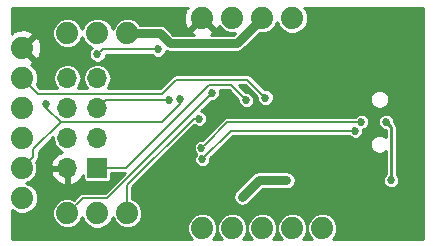
<source format=gbl>
%TF.GenerationSoftware,KiCad,Pcbnew,4.0.6*%
%TF.CreationDate,2017-10-08T18:55:19-04:00*%
%TF.ProjectId,USB-UART,5553422D554152542E6B696361645F70,rev?*%
%TF.FileFunction,Copper,L2,Bot,Signal*%
%FSLAX46Y46*%
G04 Gerber Fmt 4.6, Leading zero omitted, Abs format (unit mm)*
G04 Created by KiCad (PCBNEW 4.0.6) date 10/08/17 18:55:19*
%MOMM*%
%LPD*%
G01*
G04 APERTURE LIST*
%ADD10C,0.127000*%
%ADD11C,1.879600*%
%ADD12R,1.700000X1.700000*%
%ADD13O,1.700000X1.700000*%
%ADD14C,0.685800*%
%ADD15C,0.200000*%
%ADD16C,0.800000*%
%ADD17C,0.254000*%
G04 APERTURE END LIST*
D10*
D11*
X139700000Y-101600000D03*
X139700000Y-104140000D03*
X139700000Y-106680000D03*
X139700000Y-109220000D03*
X139700000Y-111760000D03*
X139700000Y-114300000D03*
X154940000Y-99060000D03*
X157480000Y-99060000D03*
X160020000Y-99060000D03*
X162560000Y-99060000D03*
X143510000Y-100330000D03*
X146050000Y-100330000D03*
X148590000Y-100330000D03*
X143510000Y-115570000D03*
X146050000Y-115570000D03*
X148590000Y-115570000D03*
X154940000Y-116840000D03*
X157480000Y-116840000D03*
X160020000Y-116840000D03*
X162560000Y-116840000D03*
X165100000Y-116840000D03*
D12*
X146050000Y-111760000D03*
D13*
X143510000Y-111760000D03*
X146050000Y-109220000D03*
X143510000Y-109220000D03*
X146050000Y-106680000D03*
X143510000Y-106680000D03*
X146050000Y-104140000D03*
X143510000Y-104140000D03*
D14*
X155794292Y-105375292D03*
X154686000Y-107569000D03*
X163322000Y-102362000D03*
X157734000Y-103251000D03*
X158750000Y-109728000D03*
X154023236Y-108656045D03*
X156631640Y-114173000D03*
X166116000Y-112776000D03*
X168573000Y-106455799D03*
X168910000Y-113030000D03*
X168656000Y-106045000D03*
X168783000Y-100076000D03*
X170503671Y-107849587D03*
X154866407Y-110035407D03*
X168387898Y-107835701D03*
X170924707Y-112789776D03*
X154940000Y-110998000D03*
X167894000Y-108585000D03*
X153016436Y-105872984D03*
X141732000Y-106299000D03*
X158661652Y-106018202D03*
X160274000Y-105791000D03*
X158328360Y-114173000D03*
X162052000Y-112776000D03*
X152079980Y-105952334D03*
X151185520Y-101670910D03*
X146050000Y-102108000D03*
D15*
X144803801Y-114276199D02*
X146893385Y-114276199D01*
X143510000Y-115570000D02*
X144803801Y-114276199D01*
X146893385Y-114276199D02*
X155794292Y-105375292D01*
X148590000Y-113180067D02*
X148590000Y-114240923D01*
X154686000Y-107569000D02*
X154201067Y-107569000D01*
X154201067Y-107569000D02*
X148590000Y-113180067D01*
X148590000Y-114240923D02*
X148590000Y-115570000D01*
D16*
X149919077Y-100330000D02*
X148590000Y-100330000D01*
X151320026Y-100330000D02*
X149919077Y-100330000D01*
X160020000Y-99060000D02*
X157887604Y-101192396D01*
X152182422Y-101192396D02*
X151320026Y-100330000D01*
X157887604Y-101192396D02*
X152182422Y-101192396D01*
D17*
X170846570Y-108192486D02*
X170503671Y-107849587D01*
X170924707Y-108270623D02*
X170846570Y-108192486D01*
X170924707Y-112789776D02*
X170924707Y-108270623D01*
D15*
X168387898Y-107835701D02*
X157066113Y-107835701D01*
X157066113Y-107835701D02*
X155209306Y-109692508D01*
X155209306Y-109692508D02*
X154866407Y-110035407D01*
X167894000Y-108585000D02*
X157353000Y-108585000D01*
X157353000Y-108585000D02*
X154940000Y-110998000D01*
X142932079Y-107884001D02*
X151490352Y-107884001D01*
X151490352Y-107884001D02*
X153016436Y-106357917D01*
X153016436Y-106357917D02*
X153016436Y-105872984D01*
X142932079Y-107884001D02*
X140639799Y-110176281D01*
X140639799Y-110176281D02*
X140639799Y-110820201D01*
X140639799Y-110820201D02*
X139700000Y-111760000D01*
X142932079Y-107884001D02*
X141732000Y-106683922D01*
X141732000Y-106683922D02*
X141732000Y-106299000D01*
X158318753Y-105675303D02*
X158661652Y-106018202D01*
X155485698Y-104732390D02*
X157375840Y-104732390D01*
X157375840Y-104732390D02*
X158318753Y-105675303D01*
X148458088Y-111760000D02*
X155485698Y-104732390D01*
X146050000Y-111760000D02*
X148458088Y-111760000D01*
X140639799Y-105079799D02*
X139700000Y-104140000D01*
X141008101Y-105448101D02*
X140639799Y-105079799D01*
X152715341Y-104278379D02*
X151545619Y-105448101D01*
X158761379Y-104278379D02*
X152715341Y-104278379D01*
X160274000Y-105791000D02*
X158761379Y-104278379D01*
X151545619Y-105448101D02*
X141008101Y-105448101D01*
D16*
X162052000Y-112776000D02*
X159725360Y-112776000D01*
X159725360Y-112776000D02*
X158328360Y-114173000D01*
D15*
X152079980Y-105952334D02*
X146777666Y-105952334D01*
X146777666Y-105952334D02*
X146050000Y-106680000D01*
X146050000Y-102108000D02*
X146487090Y-101670910D01*
X146487090Y-101670910D02*
X151185520Y-101670910D01*
D17*
G36*
X153570420Y-98221923D02*
X153353955Y-98809833D01*
X153378951Y-99435828D01*
X153570420Y-99898077D01*
X153831032Y-99989363D01*
X154760395Y-99060000D01*
X154746253Y-99045858D01*
X154925858Y-98866253D01*
X154940000Y-98880395D01*
X154954143Y-98866253D01*
X155133748Y-99045858D01*
X155119605Y-99060000D01*
X156048968Y-99989363D01*
X156309580Y-99898077D01*
X156378389Y-99711195D01*
X156405433Y-99776647D01*
X156761479Y-100133314D01*
X157226912Y-100326580D01*
X157724852Y-100327014D01*
X157586470Y-100465396D01*
X155691609Y-100465396D01*
X155778077Y-100429580D01*
X155869363Y-100168968D01*
X154940000Y-99239605D01*
X154010637Y-100168968D01*
X154101923Y-100429580D01*
X154199198Y-100465396D01*
X152483556Y-100465396D01*
X151834093Y-99815933D01*
X151821017Y-99807196D01*
X151598237Y-99658340D01*
X151552078Y-99649158D01*
X151320026Y-99602999D01*
X151320021Y-99603000D01*
X149654232Y-99603000D01*
X149308521Y-99256686D01*
X148843088Y-99063420D01*
X148339123Y-99062981D01*
X147873353Y-99255433D01*
X147516686Y-99611479D01*
X147349040Y-100015212D01*
X147170373Y-99582804D01*
X146799150Y-99210933D01*
X146313876Y-99009430D01*
X145788429Y-99008971D01*
X145302804Y-99209627D01*
X144930933Y-99580850D01*
X144750591Y-100015162D01*
X144584567Y-99613353D01*
X144228521Y-99256686D01*
X143763088Y-99063420D01*
X143259123Y-99062981D01*
X142793353Y-99255433D01*
X142436686Y-99611479D01*
X142243420Y-100076912D01*
X142242981Y-100580877D01*
X142435433Y-101046647D01*
X142791479Y-101403314D01*
X143256912Y-101596580D01*
X143760877Y-101597019D01*
X144226647Y-101404567D01*
X144583314Y-101048521D01*
X144750960Y-100644788D01*
X144929627Y-101077196D01*
X145300850Y-101449067D01*
X145572461Y-101561849D01*
X145436665Y-101697408D01*
X145326226Y-101963376D01*
X145325975Y-102251361D01*
X145435950Y-102517521D01*
X145639408Y-102721335D01*
X145905376Y-102831774D01*
X146193361Y-102832025D01*
X146459521Y-102722050D01*
X146663335Y-102518592D01*
X146773774Y-102252624D01*
X146773862Y-102151910D01*
X150642824Y-102151910D01*
X150774928Y-102284245D01*
X151040896Y-102394684D01*
X151328881Y-102394935D01*
X151595041Y-102284960D01*
X151798855Y-102081502D01*
X151892418Y-101856176D01*
X151904211Y-101864056D01*
X152182422Y-101919396D01*
X157887599Y-101919396D01*
X157887604Y-101919397D01*
X158119656Y-101873238D01*
X158165815Y-101864056D01*
X158401671Y-101706463D01*
X159781541Y-100326593D01*
X160270877Y-100327019D01*
X160736647Y-100134567D01*
X161093314Y-99778521D01*
X161260960Y-99374788D01*
X161439627Y-99807196D01*
X161810850Y-100179067D01*
X162296124Y-100380570D01*
X162821571Y-100381029D01*
X163307196Y-100180373D01*
X163679067Y-99809150D01*
X163880570Y-99323876D01*
X163881029Y-98798429D01*
X163680373Y-98312804D01*
X163538816Y-98171000D01*
X173609000Y-98171000D01*
X173609000Y-117729000D01*
X166002537Y-117729000D01*
X166173314Y-117558521D01*
X166366580Y-117093088D01*
X166367019Y-116589123D01*
X166174567Y-116123353D01*
X165818521Y-115766686D01*
X165353088Y-115573420D01*
X164849123Y-115572981D01*
X164383353Y-115765433D01*
X164026686Y-116121479D01*
X163833420Y-116586912D01*
X163832981Y-117090877D01*
X164025433Y-117556647D01*
X164197486Y-117729000D01*
X163462537Y-117729000D01*
X163633314Y-117558521D01*
X163826580Y-117093088D01*
X163827019Y-116589123D01*
X163634567Y-116123353D01*
X163278521Y-115766686D01*
X162813088Y-115573420D01*
X162309123Y-115572981D01*
X161843353Y-115765433D01*
X161486686Y-116121479D01*
X161293420Y-116586912D01*
X161292981Y-117090877D01*
X161485433Y-117556647D01*
X161657486Y-117729000D01*
X160922537Y-117729000D01*
X161093314Y-117558521D01*
X161286580Y-117093088D01*
X161287019Y-116589123D01*
X161094567Y-116123353D01*
X160738521Y-115766686D01*
X160273088Y-115573420D01*
X159769123Y-115572981D01*
X159303353Y-115765433D01*
X158946686Y-116121479D01*
X158753420Y-116586912D01*
X158752981Y-117090877D01*
X158945433Y-117556647D01*
X159117486Y-117729000D01*
X158382537Y-117729000D01*
X158553314Y-117558521D01*
X158746580Y-117093088D01*
X158747019Y-116589123D01*
X158554567Y-116123353D01*
X158198521Y-115766686D01*
X157733088Y-115573420D01*
X157229123Y-115572981D01*
X156763353Y-115765433D01*
X156406686Y-116121479D01*
X156213420Y-116586912D01*
X156212981Y-117090877D01*
X156405433Y-117556647D01*
X156577486Y-117729000D01*
X155842537Y-117729000D01*
X156013314Y-117558521D01*
X156206580Y-117093088D01*
X156207019Y-116589123D01*
X156014567Y-116123353D01*
X155658521Y-115766686D01*
X155193088Y-115573420D01*
X154689123Y-115572981D01*
X154223353Y-115765433D01*
X153866686Y-116121479D01*
X153673420Y-116586912D01*
X153672981Y-117090877D01*
X153865433Y-117556647D01*
X154037486Y-117729000D01*
X138811000Y-117729000D01*
X138811000Y-115278973D01*
X138950850Y-115419067D01*
X139436124Y-115620570D01*
X139961571Y-115621029D01*
X140447196Y-115420373D01*
X140819067Y-115049150D01*
X141020570Y-114563876D01*
X141021029Y-114038429D01*
X140820373Y-113552804D01*
X140449150Y-113180933D01*
X140014838Y-113000591D01*
X140416647Y-112834567D01*
X140773314Y-112478521D01*
X140923477Y-112116890D01*
X142068524Y-112116890D01*
X142238355Y-112526924D01*
X142628642Y-112955183D01*
X143153108Y-113201486D01*
X143383000Y-113080819D01*
X143383000Y-111887000D01*
X142189845Y-111887000D01*
X142068524Y-112116890D01*
X140923477Y-112116890D01*
X140966580Y-112013088D01*
X140967019Y-111509123D01*
X140846478Y-111217391D01*
X140941731Y-111122138D01*
X140941734Y-111122136D01*
X141034296Y-110983607D01*
X141066799Y-110820201D01*
X141066799Y-110353151D01*
X142268523Y-109151426D01*
X142254883Y-109220000D01*
X142348587Y-109691083D01*
X142615435Y-110090448D01*
X143014800Y-110357296D01*
X143053947Y-110365083D01*
X142628642Y-110564817D01*
X142238355Y-110993076D01*
X142068524Y-111403110D01*
X142189845Y-111633000D01*
X143383000Y-111633000D01*
X143383000Y-111613000D01*
X143637000Y-111613000D01*
X143637000Y-111633000D01*
X143657000Y-111633000D01*
X143657000Y-111887000D01*
X143637000Y-111887000D01*
X143637000Y-113080819D01*
X143866892Y-113201486D01*
X144391358Y-112955183D01*
X144781645Y-112526924D01*
X144866594Y-112321826D01*
X144866594Y-112610000D01*
X144889395Y-112731179D01*
X144961012Y-112842474D01*
X145070286Y-112917138D01*
X145200000Y-112943406D01*
X146900000Y-112943406D01*
X147021179Y-112920605D01*
X147132474Y-112848988D01*
X147207138Y-112739714D01*
X147233406Y-112610000D01*
X147233406Y-112187000D01*
X148378714Y-112187000D01*
X146716515Y-113849199D01*
X144803806Y-113849199D01*
X144803801Y-113849198D01*
X144640395Y-113881702D01*
X144501866Y-113974264D01*
X144052525Y-114423605D01*
X143763088Y-114303420D01*
X143259123Y-114302981D01*
X142793353Y-114495433D01*
X142436686Y-114851479D01*
X142243420Y-115316912D01*
X142242981Y-115820877D01*
X142435433Y-116286647D01*
X142791479Y-116643314D01*
X143256912Y-116836580D01*
X143760877Y-116837019D01*
X144226647Y-116644567D01*
X144583314Y-116288521D01*
X144750960Y-115884788D01*
X144929627Y-116317196D01*
X145300850Y-116689067D01*
X145786124Y-116890570D01*
X146311571Y-116891029D01*
X146797196Y-116690373D01*
X147169067Y-116319150D01*
X147349409Y-115884838D01*
X147515433Y-116286647D01*
X147871479Y-116643314D01*
X148336912Y-116836580D01*
X148840877Y-116837019D01*
X149306647Y-116644567D01*
X149663314Y-116288521D01*
X149856580Y-115823088D01*
X149857019Y-115319123D01*
X149664567Y-114853353D01*
X149308521Y-114496686D01*
X149017000Y-114375635D01*
X149017000Y-114173000D01*
X157547361Y-114173000D01*
X157606810Y-114471876D01*
X157776110Y-114725250D01*
X158029484Y-114894550D01*
X158328360Y-114953999D01*
X158627236Y-114894550D01*
X158880610Y-114725250D01*
X160048861Y-113557000D01*
X162052000Y-113557000D01*
X162350876Y-113497550D01*
X162604250Y-113328250D01*
X162773550Y-113074876D01*
X162833000Y-112776000D01*
X162773550Y-112477124D01*
X162604250Y-112223750D01*
X162350876Y-112054450D01*
X162052000Y-111995000D01*
X159725360Y-111995000D01*
X159438927Y-112051975D01*
X159426484Y-112054450D01*
X159173109Y-112223750D01*
X157776110Y-113620750D01*
X157606810Y-113874124D01*
X157547361Y-114173000D01*
X149017000Y-114173000D01*
X149017000Y-113356937D01*
X152205863Y-110168074D01*
X154196391Y-110168074D01*
X154298162Y-110414379D01*
X154437054Y-110553513D01*
X154372418Y-110618037D01*
X154270217Y-110864164D01*
X154269984Y-111130667D01*
X154371755Y-111376972D01*
X154560037Y-111565582D01*
X154806164Y-111667783D01*
X155072667Y-111668016D01*
X155318972Y-111566245D01*
X155507582Y-111377963D01*
X155609783Y-111131836D01*
X155609958Y-110931912D01*
X156646792Y-109895077D01*
X169135921Y-109895077D01*
X169258244Y-110191122D01*
X169484547Y-110417820D01*
X169780377Y-110540660D01*
X170100697Y-110540939D01*
X170396742Y-110418616D01*
X170470707Y-110344780D01*
X170470707Y-112296429D01*
X170357125Y-112409813D01*
X170254924Y-112655940D01*
X170254691Y-112922443D01*
X170356462Y-113168748D01*
X170544744Y-113357358D01*
X170790871Y-113459559D01*
X171057374Y-113459792D01*
X171303679Y-113358021D01*
X171492289Y-113169739D01*
X171594490Y-112923612D01*
X171594723Y-112657109D01*
X171492952Y-112410804D01*
X171378707Y-112296360D01*
X171378707Y-108270623D01*
X171344148Y-108096885D01*
X171344148Y-108096884D01*
X171245733Y-107949596D01*
X171173547Y-107877411D01*
X171173687Y-107716920D01*
X171071916Y-107470615D01*
X170883634Y-107282005D01*
X170637507Y-107179804D01*
X170371004Y-107179571D01*
X170124699Y-107281342D01*
X169936089Y-107469624D01*
X169833888Y-107715751D01*
X169833655Y-107982254D01*
X169935426Y-108228559D01*
X170123708Y-108417169D01*
X170369835Y-108519370D01*
X170470707Y-108519458D01*
X170470707Y-109126321D01*
X170397933Y-109053420D01*
X170102103Y-108930580D01*
X169781783Y-108930301D01*
X169485738Y-109052624D01*
X169259040Y-109278927D01*
X169136200Y-109574757D01*
X169135921Y-109895077D01*
X156646792Y-109895077D01*
X157529869Y-109012000D01*
X167373699Y-109012000D01*
X167514037Y-109152582D01*
X167760164Y-109254783D01*
X168026667Y-109255016D01*
X168272972Y-109153245D01*
X168461582Y-108964963D01*
X168563783Y-108718836D01*
X168563985Y-108487776D01*
X168766870Y-108403946D01*
X168955480Y-108215664D01*
X169057681Y-107969537D01*
X169057914Y-107703034D01*
X168956143Y-107456729D01*
X168767861Y-107268119D01*
X168521734Y-107165918D01*
X168255231Y-107165685D01*
X168008926Y-107267456D01*
X167867435Y-107408701D01*
X157066118Y-107408701D01*
X157066113Y-107408700D01*
X156902707Y-107441204D01*
X156764178Y-107533766D01*
X156764176Y-107533769D01*
X154932379Y-109365565D01*
X154733740Y-109365391D01*
X154487435Y-109467162D01*
X154298825Y-109655444D01*
X154196624Y-109901571D01*
X154196391Y-110168074D01*
X152205863Y-110168074D01*
X154271726Y-108102211D01*
X154306037Y-108136582D01*
X154552164Y-108238783D01*
X154818667Y-108239016D01*
X155064972Y-108137245D01*
X155253582Y-107948963D01*
X155355783Y-107702836D01*
X155356016Y-107436333D01*
X155254245Y-107190028D01*
X155065963Y-107001418D01*
X154858275Y-106915178D01*
X155728319Y-106045134D01*
X155926959Y-106045308D01*
X156173264Y-105943537D01*
X156361874Y-105755255D01*
X156464075Y-105509128D01*
X156464308Y-105242625D01*
X156429916Y-105159390D01*
X157198970Y-105159390D01*
X157991810Y-105952229D01*
X157991636Y-106150869D01*
X158093407Y-106397174D01*
X158281689Y-106585784D01*
X158527816Y-106687985D01*
X158794319Y-106688218D01*
X159040624Y-106586447D01*
X159229234Y-106398165D01*
X159331435Y-106152038D01*
X159331668Y-105885535D01*
X159229897Y-105639230D01*
X159041615Y-105450620D01*
X158795488Y-105348419D01*
X158595563Y-105348244D01*
X158006699Y-104759379D01*
X158562143Y-104759379D01*
X159550138Y-105747374D01*
X159549975Y-105934361D01*
X159659950Y-106200521D01*
X159863408Y-106404335D01*
X160129376Y-106514774D01*
X160417361Y-106515025D01*
X160683521Y-106405050D01*
X160887335Y-106201592D01*
X160931497Y-106095237D01*
X169135921Y-106095237D01*
X169258244Y-106391282D01*
X169484547Y-106617980D01*
X169780377Y-106740820D01*
X170100697Y-106741099D01*
X170396742Y-106618776D01*
X170623440Y-106392473D01*
X170746280Y-106096643D01*
X170746559Y-105776323D01*
X170624236Y-105480278D01*
X170397933Y-105253580D01*
X170102103Y-105130740D01*
X169781783Y-105130461D01*
X169485738Y-105252784D01*
X169259040Y-105479087D01*
X169136200Y-105774917D01*
X169135921Y-106095237D01*
X160931497Y-106095237D01*
X160997774Y-105935624D01*
X160998025Y-105647639D01*
X160888050Y-105381479D01*
X160684592Y-105177665D01*
X160418624Y-105067226D01*
X160230298Y-105067062D01*
X159101497Y-103938261D01*
X158945450Y-103833993D01*
X158761379Y-103797379D01*
X152715341Y-103797379D01*
X152531270Y-103833993D01*
X152468767Y-103875757D01*
X152375223Y-103938260D01*
X151346383Y-104967101D01*
X146908774Y-104967101D01*
X147160465Y-104590418D01*
X147250059Y-104140000D01*
X147160465Y-103689582D01*
X146905324Y-103307735D01*
X146523477Y-103052594D01*
X146073059Y-102963000D01*
X146026941Y-102963000D01*
X145576523Y-103052594D01*
X145194676Y-103307735D01*
X144939535Y-103689582D01*
X144849941Y-104140000D01*
X144939535Y-104590418D01*
X145191226Y-104967101D01*
X144368774Y-104967101D01*
X144620465Y-104590418D01*
X144710059Y-104140000D01*
X144620465Y-103689582D01*
X144365324Y-103307735D01*
X143983477Y-103052594D01*
X143533059Y-102963000D01*
X143486941Y-102963000D01*
X143036523Y-103052594D01*
X142654676Y-103307735D01*
X142399535Y-103689582D01*
X142309941Y-104140000D01*
X142399535Y-104590418D01*
X142651226Y-104967101D01*
X141207338Y-104967101D01*
X140979919Y-104739683D01*
X140979917Y-104739680D01*
X140910116Y-104669879D01*
X141020570Y-104403876D01*
X141021029Y-103878429D01*
X140820373Y-103392804D01*
X140449150Y-103020933D01*
X140431646Y-103013665D01*
X140538077Y-102969580D01*
X140629363Y-102708968D01*
X139700000Y-101779605D01*
X139685858Y-101793748D01*
X139506253Y-101614143D01*
X139520395Y-101600000D01*
X139879605Y-101600000D01*
X140808968Y-102529363D01*
X141069580Y-102438077D01*
X141286045Y-101850167D01*
X141261049Y-101224172D01*
X141069580Y-100761923D01*
X140808968Y-100670637D01*
X139879605Y-101600000D01*
X139520395Y-101600000D01*
X139506253Y-101585858D01*
X139685858Y-101406253D01*
X139700000Y-101420395D01*
X140629363Y-100491032D01*
X140538077Y-100230420D01*
X139950167Y-100013955D01*
X139324172Y-100038951D01*
X138861923Y-100230420D01*
X138811000Y-100375800D01*
X138811000Y-98171000D01*
X153715800Y-98171000D01*
X153570420Y-98221923D01*
X153570420Y-98221923D01*
G37*
X153570420Y-98221923D02*
X153353955Y-98809833D01*
X153378951Y-99435828D01*
X153570420Y-99898077D01*
X153831032Y-99989363D01*
X154760395Y-99060000D01*
X154746253Y-99045858D01*
X154925858Y-98866253D01*
X154940000Y-98880395D01*
X154954143Y-98866253D01*
X155133748Y-99045858D01*
X155119605Y-99060000D01*
X156048968Y-99989363D01*
X156309580Y-99898077D01*
X156378389Y-99711195D01*
X156405433Y-99776647D01*
X156761479Y-100133314D01*
X157226912Y-100326580D01*
X157724852Y-100327014D01*
X157586470Y-100465396D01*
X155691609Y-100465396D01*
X155778077Y-100429580D01*
X155869363Y-100168968D01*
X154940000Y-99239605D01*
X154010637Y-100168968D01*
X154101923Y-100429580D01*
X154199198Y-100465396D01*
X152483556Y-100465396D01*
X151834093Y-99815933D01*
X151821017Y-99807196D01*
X151598237Y-99658340D01*
X151552078Y-99649158D01*
X151320026Y-99602999D01*
X151320021Y-99603000D01*
X149654232Y-99603000D01*
X149308521Y-99256686D01*
X148843088Y-99063420D01*
X148339123Y-99062981D01*
X147873353Y-99255433D01*
X147516686Y-99611479D01*
X147349040Y-100015212D01*
X147170373Y-99582804D01*
X146799150Y-99210933D01*
X146313876Y-99009430D01*
X145788429Y-99008971D01*
X145302804Y-99209627D01*
X144930933Y-99580850D01*
X144750591Y-100015162D01*
X144584567Y-99613353D01*
X144228521Y-99256686D01*
X143763088Y-99063420D01*
X143259123Y-99062981D01*
X142793353Y-99255433D01*
X142436686Y-99611479D01*
X142243420Y-100076912D01*
X142242981Y-100580877D01*
X142435433Y-101046647D01*
X142791479Y-101403314D01*
X143256912Y-101596580D01*
X143760877Y-101597019D01*
X144226647Y-101404567D01*
X144583314Y-101048521D01*
X144750960Y-100644788D01*
X144929627Y-101077196D01*
X145300850Y-101449067D01*
X145572461Y-101561849D01*
X145436665Y-101697408D01*
X145326226Y-101963376D01*
X145325975Y-102251361D01*
X145435950Y-102517521D01*
X145639408Y-102721335D01*
X145905376Y-102831774D01*
X146193361Y-102832025D01*
X146459521Y-102722050D01*
X146663335Y-102518592D01*
X146773774Y-102252624D01*
X146773862Y-102151910D01*
X150642824Y-102151910D01*
X150774928Y-102284245D01*
X151040896Y-102394684D01*
X151328881Y-102394935D01*
X151595041Y-102284960D01*
X151798855Y-102081502D01*
X151892418Y-101856176D01*
X151904211Y-101864056D01*
X152182422Y-101919396D01*
X157887599Y-101919396D01*
X157887604Y-101919397D01*
X158119656Y-101873238D01*
X158165815Y-101864056D01*
X158401671Y-101706463D01*
X159781541Y-100326593D01*
X160270877Y-100327019D01*
X160736647Y-100134567D01*
X161093314Y-99778521D01*
X161260960Y-99374788D01*
X161439627Y-99807196D01*
X161810850Y-100179067D01*
X162296124Y-100380570D01*
X162821571Y-100381029D01*
X163307196Y-100180373D01*
X163679067Y-99809150D01*
X163880570Y-99323876D01*
X163881029Y-98798429D01*
X163680373Y-98312804D01*
X163538816Y-98171000D01*
X173609000Y-98171000D01*
X173609000Y-117729000D01*
X166002537Y-117729000D01*
X166173314Y-117558521D01*
X166366580Y-117093088D01*
X166367019Y-116589123D01*
X166174567Y-116123353D01*
X165818521Y-115766686D01*
X165353088Y-115573420D01*
X164849123Y-115572981D01*
X164383353Y-115765433D01*
X164026686Y-116121479D01*
X163833420Y-116586912D01*
X163832981Y-117090877D01*
X164025433Y-117556647D01*
X164197486Y-117729000D01*
X163462537Y-117729000D01*
X163633314Y-117558521D01*
X163826580Y-117093088D01*
X163827019Y-116589123D01*
X163634567Y-116123353D01*
X163278521Y-115766686D01*
X162813088Y-115573420D01*
X162309123Y-115572981D01*
X161843353Y-115765433D01*
X161486686Y-116121479D01*
X161293420Y-116586912D01*
X161292981Y-117090877D01*
X161485433Y-117556647D01*
X161657486Y-117729000D01*
X160922537Y-117729000D01*
X161093314Y-117558521D01*
X161286580Y-117093088D01*
X161287019Y-116589123D01*
X161094567Y-116123353D01*
X160738521Y-115766686D01*
X160273088Y-115573420D01*
X159769123Y-115572981D01*
X159303353Y-115765433D01*
X158946686Y-116121479D01*
X158753420Y-116586912D01*
X158752981Y-117090877D01*
X158945433Y-117556647D01*
X159117486Y-117729000D01*
X158382537Y-117729000D01*
X158553314Y-117558521D01*
X158746580Y-117093088D01*
X158747019Y-116589123D01*
X158554567Y-116123353D01*
X158198521Y-115766686D01*
X157733088Y-115573420D01*
X157229123Y-115572981D01*
X156763353Y-115765433D01*
X156406686Y-116121479D01*
X156213420Y-116586912D01*
X156212981Y-117090877D01*
X156405433Y-117556647D01*
X156577486Y-117729000D01*
X155842537Y-117729000D01*
X156013314Y-117558521D01*
X156206580Y-117093088D01*
X156207019Y-116589123D01*
X156014567Y-116123353D01*
X155658521Y-115766686D01*
X155193088Y-115573420D01*
X154689123Y-115572981D01*
X154223353Y-115765433D01*
X153866686Y-116121479D01*
X153673420Y-116586912D01*
X153672981Y-117090877D01*
X153865433Y-117556647D01*
X154037486Y-117729000D01*
X138811000Y-117729000D01*
X138811000Y-115278973D01*
X138950850Y-115419067D01*
X139436124Y-115620570D01*
X139961571Y-115621029D01*
X140447196Y-115420373D01*
X140819067Y-115049150D01*
X141020570Y-114563876D01*
X141021029Y-114038429D01*
X140820373Y-113552804D01*
X140449150Y-113180933D01*
X140014838Y-113000591D01*
X140416647Y-112834567D01*
X140773314Y-112478521D01*
X140923477Y-112116890D01*
X142068524Y-112116890D01*
X142238355Y-112526924D01*
X142628642Y-112955183D01*
X143153108Y-113201486D01*
X143383000Y-113080819D01*
X143383000Y-111887000D01*
X142189845Y-111887000D01*
X142068524Y-112116890D01*
X140923477Y-112116890D01*
X140966580Y-112013088D01*
X140967019Y-111509123D01*
X140846478Y-111217391D01*
X140941731Y-111122138D01*
X140941734Y-111122136D01*
X141034296Y-110983607D01*
X141066799Y-110820201D01*
X141066799Y-110353151D01*
X142268523Y-109151426D01*
X142254883Y-109220000D01*
X142348587Y-109691083D01*
X142615435Y-110090448D01*
X143014800Y-110357296D01*
X143053947Y-110365083D01*
X142628642Y-110564817D01*
X142238355Y-110993076D01*
X142068524Y-111403110D01*
X142189845Y-111633000D01*
X143383000Y-111633000D01*
X143383000Y-111613000D01*
X143637000Y-111613000D01*
X143637000Y-111633000D01*
X143657000Y-111633000D01*
X143657000Y-111887000D01*
X143637000Y-111887000D01*
X143637000Y-113080819D01*
X143866892Y-113201486D01*
X144391358Y-112955183D01*
X144781645Y-112526924D01*
X144866594Y-112321826D01*
X144866594Y-112610000D01*
X144889395Y-112731179D01*
X144961012Y-112842474D01*
X145070286Y-112917138D01*
X145200000Y-112943406D01*
X146900000Y-112943406D01*
X147021179Y-112920605D01*
X147132474Y-112848988D01*
X147207138Y-112739714D01*
X147233406Y-112610000D01*
X147233406Y-112187000D01*
X148378714Y-112187000D01*
X146716515Y-113849199D01*
X144803806Y-113849199D01*
X144803801Y-113849198D01*
X144640395Y-113881702D01*
X144501866Y-113974264D01*
X144052525Y-114423605D01*
X143763088Y-114303420D01*
X143259123Y-114302981D01*
X142793353Y-114495433D01*
X142436686Y-114851479D01*
X142243420Y-115316912D01*
X142242981Y-115820877D01*
X142435433Y-116286647D01*
X142791479Y-116643314D01*
X143256912Y-116836580D01*
X143760877Y-116837019D01*
X144226647Y-116644567D01*
X144583314Y-116288521D01*
X144750960Y-115884788D01*
X144929627Y-116317196D01*
X145300850Y-116689067D01*
X145786124Y-116890570D01*
X146311571Y-116891029D01*
X146797196Y-116690373D01*
X147169067Y-116319150D01*
X147349409Y-115884838D01*
X147515433Y-116286647D01*
X147871479Y-116643314D01*
X148336912Y-116836580D01*
X148840877Y-116837019D01*
X149306647Y-116644567D01*
X149663314Y-116288521D01*
X149856580Y-115823088D01*
X149857019Y-115319123D01*
X149664567Y-114853353D01*
X149308521Y-114496686D01*
X149017000Y-114375635D01*
X149017000Y-114173000D01*
X157547361Y-114173000D01*
X157606810Y-114471876D01*
X157776110Y-114725250D01*
X158029484Y-114894550D01*
X158328360Y-114953999D01*
X158627236Y-114894550D01*
X158880610Y-114725250D01*
X160048861Y-113557000D01*
X162052000Y-113557000D01*
X162350876Y-113497550D01*
X162604250Y-113328250D01*
X162773550Y-113074876D01*
X162833000Y-112776000D01*
X162773550Y-112477124D01*
X162604250Y-112223750D01*
X162350876Y-112054450D01*
X162052000Y-111995000D01*
X159725360Y-111995000D01*
X159438927Y-112051975D01*
X159426484Y-112054450D01*
X159173109Y-112223750D01*
X157776110Y-113620750D01*
X157606810Y-113874124D01*
X157547361Y-114173000D01*
X149017000Y-114173000D01*
X149017000Y-113356937D01*
X152205863Y-110168074D01*
X154196391Y-110168074D01*
X154298162Y-110414379D01*
X154437054Y-110553513D01*
X154372418Y-110618037D01*
X154270217Y-110864164D01*
X154269984Y-111130667D01*
X154371755Y-111376972D01*
X154560037Y-111565582D01*
X154806164Y-111667783D01*
X155072667Y-111668016D01*
X155318972Y-111566245D01*
X155507582Y-111377963D01*
X155609783Y-111131836D01*
X155609958Y-110931912D01*
X156646792Y-109895077D01*
X169135921Y-109895077D01*
X169258244Y-110191122D01*
X169484547Y-110417820D01*
X169780377Y-110540660D01*
X170100697Y-110540939D01*
X170396742Y-110418616D01*
X170470707Y-110344780D01*
X170470707Y-112296429D01*
X170357125Y-112409813D01*
X170254924Y-112655940D01*
X170254691Y-112922443D01*
X170356462Y-113168748D01*
X170544744Y-113357358D01*
X170790871Y-113459559D01*
X171057374Y-113459792D01*
X171303679Y-113358021D01*
X171492289Y-113169739D01*
X171594490Y-112923612D01*
X171594723Y-112657109D01*
X171492952Y-112410804D01*
X171378707Y-112296360D01*
X171378707Y-108270623D01*
X171344148Y-108096885D01*
X171344148Y-108096884D01*
X171245733Y-107949596D01*
X171173547Y-107877411D01*
X171173687Y-107716920D01*
X171071916Y-107470615D01*
X170883634Y-107282005D01*
X170637507Y-107179804D01*
X170371004Y-107179571D01*
X170124699Y-107281342D01*
X169936089Y-107469624D01*
X169833888Y-107715751D01*
X169833655Y-107982254D01*
X169935426Y-108228559D01*
X170123708Y-108417169D01*
X170369835Y-108519370D01*
X170470707Y-108519458D01*
X170470707Y-109126321D01*
X170397933Y-109053420D01*
X170102103Y-108930580D01*
X169781783Y-108930301D01*
X169485738Y-109052624D01*
X169259040Y-109278927D01*
X169136200Y-109574757D01*
X169135921Y-109895077D01*
X156646792Y-109895077D01*
X157529869Y-109012000D01*
X167373699Y-109012000D01*
X167514037Y-109152582D01*
X167760164Y-109254783D01*
X168026667Y-109255016D01*
X168272972Y-109153245D01*
X168461582Y-108964963D01*
X168563783Y-108718836D01*
X168563985Y-108487776D01*
X168766870Y-108403946D01*
X168955480Y-108215664D01*
X169057681Y-107969537D01*
X169057914Y-107703034D01*
X168956143Y-107456729D01*
X168767861Y-107268119D01*
X168521734Y-107165918D01*
X168255231Y-107165685D01*
X168008926Y-107267456D01*
X167867435Y-107408701D01*
X157066118Y-107408701D01*
X157066113Y-107408700D01*
X156902707Y-107441204D01*
X156764178Y-107533766D01*
X156764176Y-107533769D01*
X154932379Y-109365565D01*
X154733740Y-109365391D01*
X154487435Y-109467162D01*
X154298825Y-109655444D01*
X154196624Y-109901571D01*
X154196391Y-110168074D01*
X152205863Y-110168074D01*
X154271726Y-108102211D01*
X154306037Y-108136582D01*
X154552164Y-108238783D01*
X154818667Y-108239016D01*
X155064972Y-108137245D01*
X155253582Y-107948963D01*
X155355783Y-107702836D01*
X155356016Y-107436333D01*
X155254245Y-107190028D01*
X155065963Y-107001418D01*
X154858275Y-106915178D01*
X155728319Y-106045134D01*
X155926959Y-106045308D01*
X156173264Y-105943537D01*
X156361874Y-105755255D01*
X156464075Y-105509128D01*
X156464308Y-105242625D01*
X156429916Y-105159390D01*
X157198970Y-105159390D01*
X157991810Y-105952229D01*
X157991636Y-106150869D01*
X158093407Y-106397174D01*
X158281689Y-106585784D01*
X158527816Y-106687985D01*
X158794319Y-106688218D01*
X159040624Y-106586447D01*
X159229234Y-106398165D01*
X159331435Y-106152038D01*
X159331668Y-105885535D01*
X159229897Y-105639230D01*
X159041615Y-105450620D01*
X158795488Y-105348419D01*
X158595563Y-105348244D01*
X158006699Y-104759379D01*
X158562143Y-104759379D01*
X159550138Y-105747374D01*
X159549975Y-105934361D01*
X159659950Y-106200521D01*
X159863408Y-106404335D01*
X160129376Y-106514774D01*
X160417361Y-106515025D01*
X160683521Y-106405050D01*
X160887335Y-106201592D01*
X160931497Y-106095237D01*
X169135921Y-106095237D01*
X169258244Y-106391282D01*
X169484547Y-106617980D01*
X169780377Y-106740820D01*
X170100697Y-106741099D01*
X170396742Y-106618776D01*
X170623440Y-106392473D01*
X170746280Y-106096643D01*
X170746559Y-105776323D01*
X170624236Y-105480278D01*
X170397933Y-105253580D01*
X170102103Y-105130740D01*
X169781783Y-105130461D01*
X169485738Y-105252784D01*
X169259040Y-105479087D01*
X169136200Y-105774917D01*
X169135921Y-106095237D01*
X160931497Y-106095237D01*
X160997774Y-105935624D01*
X160998025Y-105647639D01*
X160888050Y-105381479D01*
X160684592Y-105177665D01*
X160418624Y-105067226D01*
X160230298Y-105067062D01*
X159101497Y-103938261D01*
X158945450Y-103833993D01*
X158761379Y-103797379D01*
X152715341Y-103797379D01*
X152531270Y-103833993D01*
X152468767Y-103875757D01*
X152375223Y-103938260D01*
X151346383Y-104967101D01*
X146908774Y-104967101D01*
X147160465Y-104590418D01*
X147250059Y-104140000D01*
X147160465Y-103689582D01*
X146905324Y-103307735D01*
X146523477Y-103052594D01*
X146073059Y-102963000D01*
X146026941Y-102963000D01*
X145576523Y-103052594D01*
X145194676Y-103307735D01*
X144939535Y-103689582D01*
X144849941Y-104140000D01*
X144939535Y-104590418D01*
X145191226Y-104967101D01*
X144368774Y-104967101D01*
X144620465Y-104590418D01*
X144710059Y-104140000D01*
X144620465Y-103689582D01*
X144365324Y-103307735D01*
X143983477Y-103052594D01*
X143533059Y-102963000D01*
X143486941Y-102963000D01*
X143036523Y-103052594D01*
X142654676Y-103307735D01*
X142399535Y-103689582D01*
X142309941Y-104140000D01*
X142399535Y-104590418D01*
X142651226Y-104967101D01*
X141207338Y-104967101D01*
X140979919Y-104739683D01*
X140979917Y-104739680D01*
X140910116Y-104669879D01*
X141020570Y-104403876D01*
X141021029Y-103878429D01*
X140820373Y-103392804D01*
X140449150Y-103020933D01*
X140431646Y-103013665D01*
X140538077Y-102969580D01*
X140629363Y-102708968D01*
X139700000Y-101779605D01*
X139685858Y-101793748D01*
X139506253Y-101614143D01*
X139520395Y-101600000D01*
X139879605Y-101600000D01*
X140808968Y-102529363D01*
X141069580Y-102438077D01*
X141286045Y-101850167D01*
X141261049Y-101224172D01*
X141069580Y-100761923D01*
X140808968Y-100670637D01*
X139879605Y-101600000D01*
X139520395Y-101600000D01*
X139506253Y-101585858D01*
X139685858Y-101406253D01*
X139700000Y-101420395D01*
X140629363Y-100491032D01*
X140538077Y-100230420D01*
X139950167Y-100013955D01*
X139324172Y-100038951D01*
X138861923Y-100230420D01*
X138811000Y-100375800D01*
X138811000Y-98171000D01*
X153715800Y-98171000D01*
X153570420Y-98221923D01*
M02*

</source>
